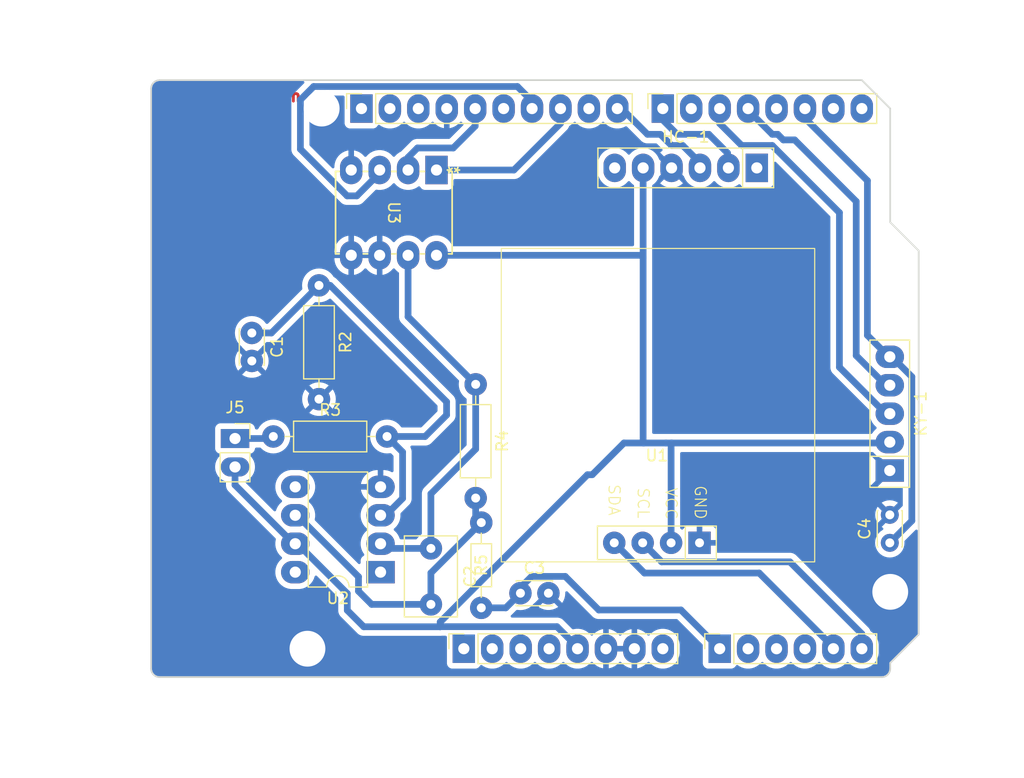
<source format=kicad_pcb>
(kicad_pcb (version 20240108) (generator "pcbnew") (generator_version "8.0")
  (title_block (date "mar. 31 mars 2015"))
  (layers (0 "F.Cu" signal) (31 "B.Cu" signal) (34 "B.Paste" user) (35 "F.Paste" user) (36 "B.SilkS" user "B.Silkscreen") (37 "F.SilkS" user "F.Silkscreen") (38 "B.Mask" user) (39 "F.Mask" user) (44 "Edge.Cuts" user))
  (net 0 "")
  (net 1 "GND")
  (net 3 "+5V")
  (net 4 "/IOREF")
  (net 5 "Net-(U2-+)")
  (net 6 "/A1")
  (net 7 "/A2")
  (net 8 "/A3")
  (net 9 "Potar out")
  (net 10 "Net-(C2-Pad2)")
  (net 11 "MR CLK")
  (net 12 "/12")
  (net 13 "/AREF")
  (net 14 "PD SDI")
  (net 15 "PD SCK")
  (net 16 "PD CS")
  (net 17 "BT TX")
  (net 18 "/*9")
  (net 19 "BT RX")
  (net 20 "MR Data")
  (net 21 "/*6")
  (net 22 "MR SWitch")
  (net 23 "/TX{slash}1")
  (net 24 "/*3")
  (net 25 "/RX{slash}0")
  (net 26 "+3V3")
  (net 27 "VCC")
  (net 28 "/~{RESET}")
  (net 29 "Ampli Out")
  (net 30 "OLED SCL")
  (net 31 "OLED SDA")
  (net 32 "Net-(J5-Pin_1)")
  (footprint "Connector_PinSocket_2.54mm:PinSocket_1x08_P2.54mm_Vertical" (layer "F.Cu") (at 127.94 97.46 90)
    (property "Reference" "J1" (hide yes))
    (property "Value" "Power")
    (fp_line (start 1.33 -1.33) (end 1.33 0) (stroke (width 0.12)) (layer "F.SilkS"))
    (fp_line (start 0 -1.33) (end 1.33 -1.33) (stroke (width 0.12)) (layer "F.SilkS"))
    (fp_line (start 1.33 1.27) (end 1.33 19.11) (stroke (width 0.12)) (layer "F.SilkS"))
    (fp_line (start -1.33 1.27) (end 1.33 1.27) (stroke (width 0.12)) (layer "F.SilkS"))
    (fp_line (start -1.33 1.27) (end -1.33 19.11) (stroke (width 0.12)) (layer "F.SilkS"))
    (fp_line (start -1.33 19.11) (end 1.33 19.11) (stroke (width 0.12)) (layer "F.SilkS"))
    (pad "1" thru_hole rect (at 0 0 90) (size 2.54 2) (drill 1) (layers "*.Cu" "*.Mask"))
    (pad "2" thru_hole oval (at 0 2.54 90) (size 2.54 2) (drill 1) (layers "*.Cu" "*.Mask") (net 4 "/IOREF"))
    (pad "3" thru_hole oval (at 0 5.08 90) (size 2.54 2) (drill 1) (layers "*.Cu" "*.Mask") (net 28 "/~{RESET}"))
    (pad "4" thru_hole oval (at 0 7.62 90) (size 2.54 2) (drill 1) (layers "*.Cu" "*.Mask") (net 26 "+3V3"))
    (pad "5" thru_hole oval (at 0 10.16 90) (size 2.54 2) (drill 1) (layers "*.Cu" "*.Mask") (net 3 "+5V"))
    (pad "6" thru_hole oval (at 0 12.7 90) (size 2.54 2) (drill 1) (layers "*.Cu" "*.Mask") (net 1 "GND"))
    (pad "7" thru_hole oval (at 0 15.24 90) (size 2.54 2) (drill 1) (layers "*.Cu" "*.Mask") (net 1 "GND"))
    (pad "8" thru_hole oval (at 0 17.78 90) (size 2.54 2) (drill 1) (layers "*.Cu" "*.Mask") (net 27 "VCC"))
  )
  (footprint "Connector_PinSocket_2.54mm:PinSocket_1x06_P2.54mm_Vertical" (layer "F.Cu") (at 150.8 97.46 90)
    (property "Reference" "J3" (hide yes))
    (property "Value" "Analog")
    (fp_line (start 1.33 -1.33) (end 1.33 0) (stroke (width 0.12)) (layer "F.SilkS"))
    (fp_line (start 0 -1.33) (end 1.33 -1.33) (stroke (width 0.12)) (layer "F.SilkS"))
    (fp_line (start 1.33 1.27) (end 1.33 14.03) (stroke (width 0.12)) (layer "F.SilkS"))
    (fp_line (start -1.33 1.27) (end 1.33 1.27) (stroke (width 0.12)) (layer "F.SilkS"))
    (fp_line (start -1.33 1.27) (end -1.33 14.03) (stroke (width 0.12)) (layer "F.SilkS"))
    (fp_line (start -1.33 14.03) (end 1.33 14.03) (stroke (width 0.12)) (layer "F.SilkS"))
    (pad "1" thru_hole rect (at 0 0 90) (size 2.54 2) (drill 1) (layers "*.Cu" "*.Mask") (net 29 "Ampli Out"))
    (pad "2" thru_hole oval (at 0 2.54 90) (size 2.54 2) (drill 1) (layers "*.Cu" "*.Mask") (net 6 "/A1"))
    (pad "3" thru_hole oval (at 0 5.08 90) (size 2.54 2) (drill 1) (layers "*.Cu" "*.Mask") (net 7 "/A2"))
    (pad "4" thru_hole oval (at 0 7.62 90) (size 2.54 2) (drill 1) (layers "*.Cu" "*.Mask") (net 8 "/A3"))
    (pad "5" thru_hole oval (at 0 10.16 90) (size 2.54 2) (drill 1) (layers "*.Cu" "*.Mask") (net 31 "OLED SDA"))
    (pad "6" thru_hole oval (at 0 12.7 90) (size 2.54 2) (drill 1) (layers "*.Cu" "*.Mask") (net 30 "OLED SCL"))
  )
  (footprint "Connector_PinSocket_2.54mm:PinSocket_1x10_P2.54mm_Vertical" (layer "F.Cu") (at 118.796 49.2 90)
    (property "Reference" "J2" (hide yes))
    (property "Value" "Digital/PWM")
    (fp_line (start 1.33 -1.33) (end 1.33 0) (stroke (width 0.12)) (layer "F.SilkS"))
    (fp_line (start 0 -1.33) (end 1.33 -1.33) (stroke (width 0.12)) (layer "F.SilkS"))
    (fp_line (start 1.33 1.27) (end 1.33 24.19) (stroke (width 0.12)) (layer "F.SilkS"))
    (fp_line (start -1.33 1.27) (end 1.33 1.27) (stroke (width 0.12)) (layer "F.SilkS"))
    (fp_line (start -1.33 1.27) (end -1.33 24.19) (stroke (width 0.12)) (layer "F.SilkS"))
    (fp_line (start -1.33 24.19) (end 1.33 24.19) (stroke (width 0.12)) (layer "F.SilkS"))
    (pad "1" thru_hole rect (at 0 0 90) (size 2.54 2) (drill 1) (layers "*.Cu" "*.Mask") (net 30 "OLED SCL"))
    (pad "2" thru_hole oval (at 0 2.54 90) (size 2.54 2) (drill 1) (layers "*.Cu" "*.Mask") (net 31 "OLED SDA"))
    (pad "3" thru_hole oval (at 0 5.08 90) (size 2.54 2) (drill 1) (layers "*.Cu" "*.Mask") (net 13 "/AREF"))
    (pad "4" thru_hole oval (at 0 7.62 90) (size 2.54 2) (drill 1) (layers "*.Cu" "*.Mask") (net 1 "GND"))
    (pad "5" thru_hole oval (at 0 10.16 90) (size 2.54 2) (drill 1) (layers "*.Cu" "*.Mask") (net 15 "PD SCK"))
    (pad "6" thru_hole oval (at 0 12.7 90) (size 2.54 2) (drill 1) (layers "*.Cu" "*.Mask") (net 12 "/12"))
    (pad "7" thru_hole oval (at 0 15.24 90) (size 2.54 2) (drill 1) (layers "*.Cu" "*.Mask") (net 14 "PD SDI"))
    (pad "8" thru_hole oval (at 0 17.78 90) (size 2.54 2) (drill 1) (layers "*.Cu" "*.Mask") (net 16 "PD CS"))
    (pad "9" thru_hole oval (at 0 20.32 90) (size 2.54 2) (drill 1) (layers "*.Cu" "*.Mask") (net 18 "/*9"))
    (pad "10" thru_hole oval (at 0 22.86 90) (size 2.54 2) (drill 1) (layers "*.Cu" "*.Mask") (net 17 "BT TX"))
  )
  (footprint "Connector_PinSocket_2.54mm:PinSocket_1x08_P2.54mm_Vertical" (layer "F.Cu") (at 145.72 49.2 90)
    (property "Reference" "J4" (hide yes))
    (property "Value" "Digital/PWM")
    (fp_line (start 1.33 -1.33) (end 1.33 0) (stroke (width 0.12)) (layer "F.SilkS"))
    (fp_line (start 0 -1.33) (end 1.33 -1.33) (stroke (width 0.12)) (layer "F.SilkS"))
    (fp_line (start 1.33 1.27) (end 1.33 19.11) (stroke (width 0.12)) (layer "F.SilkS"))
    (fp_line (start -1.33 1.27) (end 1.33 1.27) (stroke (width 0.12)) (layer "F.SilkS"))
    (fp_line (start -1.33 1.27) (end -1.33 19.11) (stroke (width 0.12)) (layer "F.SilkS"))
    (fp_line (start -1.33 19.11) (end 1.33 19.11) (stroke (width 0.12)) (layer "F.SilkS"))
    (pad "1" thru_hole rect (at 0 0 90) (size 2.54 2) (drill 1) (layers "*.Cu" "*.Mask") (net 19 "BT RX"))
    (pad "2" thru_hole oval (at 0 2.54 90) (size 2.54 2) (drill 1) (layers "*.Cu" "*.Mask") (net 21 "/*6"))
    (pad "3" thru_hole oval (at 0 5.08 90) (size 2.54 2) (drill 1) (layers "*.Cu" "*.Mask") (net 22 "MR SWitch"))
    (pad "4" thru_hole oval (at 0 7.62 90) (size 2.54 2) (drill 1) (layers "*.Cu" "*.Mask") (net 20 "MR Data"))
    (pad "5" thru_hole oval (at 0 10.16 90) (size 2.54 2) (drill 1) (layers "*.Cu" "*.Mask") (net 24 "/*3"))
    (pad "6" thru_hole oval (at 0 12.7 90) (size 2.54 2) (drill 1) (layers "*.Cu" "*.Mask") (net 11 "MR CLK"))
    (pad "7" thru_hole oval (at 0 15.24 90) (size 2.54 2) (drill 1) (layers "*.Cu" "*.Mask") (net 23 "/TX{slash}1"))
    (pad "8" thru_hole oval (at 0 17.78 90) (size 2.54 2) (drill 1) (layers "*.Cu" "*.Mask") (net 25 "/RX{slash}0"))
  )
  (footprint "Resistor_THT:R_Axial_DIN0207_L6.3mm_D2.5mm_P10.16mm_Horizontal" (layer "F.Cu") (at 115 65 -90)
    (property "Reference" "R2" (at 5.08 -2.37 90) (layer "F.SilkS"))
    (property "Value" "100k")
    (fp_line (start 1.81 1.37) (end 8.35 1.37) (stroke (width 0.12)) (layer "F.SilkS"))
    (fp_line (start 8.35 1.37) (end 8.35 -1.37) (stroke (width 0.12)) (layer "F.SilkS"))
    (fp_line (start 1.04 0) (end 1.81 0) (stroke (width 0.12)) (layer "F.SilkS"))
    (fp_line (start 9.12 0) (end 8.35 0) (stroke (width 0.12)) (layer "F.SilkS"))
    (fp_line (start 1.81 -1.37) (end 1.81 1.37) (stroke (width 0.12)) (layer "F.SilkS"))
    (fp_line (start 8.35 -1.37) (end 1.81 -1.37) (stroke (width 0.12)) (layer "F.SilkS"))
    (pad "1" thru_hole circle (at 0 0 270) (size 2 2) (drill 0.8) (layers "*.Cu" "*.Mask") (net 5 "Net-(U2-+)"))
    (pad "2" thru_hole circle (at 10.16 0 270) (size 2 2) (drill 0.8) (layers "*.Cu" "*.Mask") (net 1 "GND"))
  )
  (footprint "ma lib:Module Rotatoire" (layer "F.Cu") (at 166 76.46 90)
    (property "Reference" "KY-1" (at 0 2.77 90) (layer "F.SilkS"))
    (property "Value" "~")
    (fp_line (start 6.58 -1.77) (end 6.58 1.77) (stroke (width 0.12)) (layer "F.SilkS"))
    (fp_line (start -3.81 -1.77) (end -3.81 1.77) (stroke (width 0.12)) (layer "F.SilkS"))
    (fp_line (start -6.58 -1.77) (end 6.58 -1.77) (stroke (width 0.12)) (layer "F.SilkS"))
    (fp_line (start 6.58 1.77) (end -6.58 1.77) (stroke (width 0.12)) (layer "F.SilkS"))
    (fp_line (start -6.58 1.77) (end -6.58 -1.77) (stroke (width 0.12)) (layer "F.SilkS"))
    (pad "1" thru_hole rect (at -5.08 0 90) (size 2 2.54) (drill 1) (layers "*.Cu" "*.Mask") (net 1 "GND"))
    (pad "2" thru_hole oval (at -2.54 0 90) (size 2 2.54) (drill 1) (layers "*.Cu" "*.Mask") (net 3 "+5V"))
    (pad "3" thru_hole oval (at 0 0 90) (size 2 2.54) (drill 1) (layers "*.Cu" "*.Mask") (net 22 "MR SWitch"))
    (pad "4" thru_hole oval (at 2.54 0 90) (size 2 2.54) (drill 1) (layers "*.Cu" "*.Mask") (net 20 "MR Data"))
    (pad "5" thru_hole oval (at 5.08 0 90) (size 2 2.54) (drill 1) (layers "*.Cu" "*.Mask") (net 11 "MR CLK"))
  )
  (footprint "Resistor_THT:R_Axial_DIN0207_L6.3mm_D2.5mm_P10.16mm_Horizontal" (layer "F.Cu") (at 129 73.84 -90)
    (property "Reference" "R4" (at 5.08 -2.37 90) (layer "F.SilkS"))
    (property "Value" "100k")
    (fp_line (start 1.81 1.37) (end 8.35 1.37) (stroke (width 0.12)) (layer "F.SilkS"))
    (fp_line (start 8.35 1.37) (end 8.35 -1.37) (stroke (width 0.12)) (layer "F.SilkS"))
    (fp_line (start 1.04 0) (end 1.81 0) (stroke (width 0.12)) (layer "F.SilkS"))
    (fp_line (start 9.12 0) (end 8.35 0) (stroke (width 0.12)) (layer "F.SilkS"))
    (fp_line (start 1.81 -1.37) (end 1.81 1.37) (stroke (width 0.12)) (layer "F.SilkS"))
    (fp_line (start 8.35 -1.37) (end 1.81 -1.37) (stroke (width 0.12)) (layer "F.SilkS"))
    (pad "1" thru_hole circle (at 0 0 270) (size 2 2) (drill 0.8) (layers "*.Cu" "*.Mask") (net 9 "Potar out"))
    (pad "2" thru_hole circle (at 10.16 0 270) (size 2 2) (drill 0.8) (layers "*.Cu" "*.Mask") (net 10 "Net-(C2-Pad2)"))
  )
  (footprint "Resistor_THT:R_Axial_DIN0207_L6.3mm_D2.5mm_P10.16mm_Horizontal" (layer "F.Cu") (at 110.92 78.5)
    (property "Reference" "R3" (at 5.08 -2.37 0) (layer "F.SilkS"))
    (property "Value" "10k")
    (fp_line (start 1.04 0) (end 1.81 0) (stroke (width 0.12)) (layer "F.SilkS"))
    (fp_line (start 1.81 -1.37) (end 1.81 1.37) (stroke (width 0.12)) (layer "F.SilkS"))
    (fp_line (start 1.81 1.37) (end 8.35 1.37) (stroke (width 0.12)) (layer "F.SilkS"))
    (fp_line (start 8.35 -1.37) (end 1.81 -1.37) (stroke (width 0.12)) (layer "F.SilkS"))
    (fp_line (start 8.35 1.37) (end 8.35 -1.37) (stroke (width 0.12)) (layer "F.SilkS"))
    (fp_line (start 9.12 0) (end 8.35 0) (stroke (width 0.12)) (layer "F.SilkS"))
    (pad "1" thru_hole circle (at 0 0) (size 2 2) (drill 0.8) (layers "*.Cu" "*.Mask") (net 32 "Net-(J5-Pin_1)"))
    (pad "2" thru_hole circle (at 10.16 0) (size 2 2) (drill 0.8) (layers "*.Cu" "*.Mask") (net 5 "Net-(U2-+)"))
  )
  (footprint "ma lib:Module Bluetooth" (layer "F.Cu") (at 147.77 54.5 180)
    (property "Reference" "HC-1" (at 0 2.77 0) (layer "F.SilkS"))
    (property "Value" "~")
    (fp_line (start 7.85 1.77) (end -7.85 1.77) (stroke (width 0.12)) (layer "F.SilkS"))
    (fp_line (start 7.85 -1.77) (end 7.85 1.77) (stroke (width 0.12)) (layer "F.SilkS"))
    (fp_line (start -5.08 -1.77) (end -5.08 1.77) (stroke (width 0.12)) (layer "F.SilkS"))
    (fp_line (start -7.85 1.77) (end -7.85 -1.77) (stroke (width 0.12)) (layer "F.SilkS"))
    (fp_line (start -7.85 -1.77) (end 7.85 -1.77) (stroke (width 0.12)) (layer "F.SilkS"))
    (pad "1" thru_hole rect (at -6.35 0 180) (size 2 2.54) (drill 1) (layers "*.Cu" "*.Mask"))
    (pad "2" thru_hole oval (at -3.81 0 180) (size 2 2.54) (drill 1) (layers "*.Cu" "*.Mask") (net 19 "BT RX"))
    (pad "3" thru_hole oval (at -1.27 0 180) (size 2 2.54) (drill 1) (layers "*.Cu" "*.Mask") (net 17 "BT TX"))
    (pad "4" thru_hole oval (at 1.27 0 180) (size 2 2.54) (drill 1) (layers "*.Cu" "*.Mask") (net 1 "GND"))
    (pad "5" thru_hole oval (at 3.81 0 180) (size 2 2.54) (drill 1) (layers "*.Cu" "*.Mask") (net 3 "+5V"))
    (pad "6" thru_hole oval (at 6.35 0 180) (size 2 2.54) (drill 1) (layers "*.Cu" "*.Mask"))
  )
  (footprint "Arduino_MountingHole:MountingHole_3.2mm" (layer "F.Cu") (at 115.24 49.2)
    (property "Reference" "MH1" (hide yes))
    (property "Value" "MountingHole_3.2mm" (hide yes))
    (pad "" np_thru_hole circle (at 0 0) (size 3.2 3.2) (drill 3.2) (layers "*.Cu" "*.Mask"))
  )
  (footprint "Capacitor_THT:C_Rect_L7.0mm_W4.5mm_P5.00mm" (layer "F.Cu") (at 125 88.5 -90)
    (property "Reference" "C2" (at 2.5 -3.5 90) (layer "F.SilkS"))
    (property "Value" "1u")
    (fp_line (start -1.12 2.37) (end 6.12 2.37) (stroke (width 0.12)) (layer "F.SilkS"))
    (fp_line (start -1.12 -2.37) (end -1.12 2.37) (stroke (width 0.12)) (layer "F.SilkS"))
    (fp_line (start -1.12 -2.37) (end 6.12 -2.37) (stroke (width 0.12)) (layer "F.SilkS"))
    (fp_line (start 6.12 -2.37) (end 6.12 2.37) (stroke (width 0.12)) (layer "F.SilkS"))
    (pad "1" thru_hole circle (at 0 0 270) (size 2 2) (drill 0.8) (layers "*.Cu" "*.Mask") (net 9 "Potar out"))
    (pad "2" thru_hole circle (at 5 0 270) (size 2 2) (drill 0.8) (layers "*.Cu" "*.Mask") (net 10 "Net-(C2-Pad2)"))
  )
  (footprint "ma lib:PDIP8_300MC_MCH" (layer "F.Cu") (at 125.5 54.69 -90)
    (property "Reference" "U3" (at 3.81 3.81 -90) (layer "F.SilkS"))
    (property "Value" "MCP41050")
    (fp_line (start 0.127 9.017) (end 7.493 9.017) (stroke (width 0.1524)) (layer "F.SilkS"))
    (fp_line (start 7.493 9.017) (end 7.493 8.694561) (stroke (width 0.1524)) (layer "F.SilkS"))
    (fp_line (start 0.127 8.694561) (end 0.127 9.017) (stroke (width 0.1524)) (layer "F.SilkS"))
    (fp_line (start 7.493 6.545439) (end 7.493 6.154561) (stroke (width 0.1524)) (layer "F.SilkS"))
    (fp_line (start 0.127 6.154561) (end 0.127 6.545439) (stroke (width 0.1524)) (layer "F.SilkS"))
    (fp_line (start 7.493 4.005439) (end 7.493 3.614561) (stroke (width 0.1524)) (layer "F.SilkS"))
    (fp_line (start 0.127 3.614561) (end 0.127 4.005439) (stroke (width 0.1524)) (layer "F.SilkS"))
    (fp_line (start 7.493 1.465439) (end 7.493 1.074561) (stroke (width 0.1524)) (layer "F.SilkS"))
    (fp_line (start 0.127 1.08204) (end 0.127 1.465439) (stroke (width 0.1524)) (layer "F.SilkS"))
    (fp_line (start 7.493 -1.074561) (end 7.493 -1.397) (stroke (width 0.1524)) (layer "F.SilkS"))
    (fp_line (start 0.127 -1.397) (end 0.127 -1.08204) (stroke (width 0.1524)) (layer "F.SilkS"))
    (fp_line (start 7.493 -1.397) (end 0.127 -1.397) (stroke (width 0.1524)) (layer "F.SilkS"))
    (fp_text user "*" (at 0 -1.5113 90) (layer "F.SilkS"))
    (fp_text user "*" (at 0 -1.5113 -90) (layer "F.SilkS"))
    (pad "1" thru_hole rect (at 0 0 270) (size 2.54 2) (drill 1) (layers "*.Cu" "*.Mask") (net 16 "PD CS"))
    (pad "2" thru_hole oval (at 0 2.54 270) (size 2.54 2) (drill 1) (layers "*.Cu" "*.Mask") (net 15 "PD SCK"))
    (pad "3" thru_hole oval (at 0 5.08 270) (size 2.54 2) (drill 1) (layers "*.Cu" "*.Mask") (net 14 "PD SDI"))
    (pad "4" thru_hole oval (at 0 7.62 270) (size 2.54 2) (drill 1) (layers "*.Cu" "*.Mask") (net 1 "GND"))
    (pad "5" thru_hole oval (at 7.62 7.62 270) (size 2.54 2) (drill 1) (layers "*.Cu" "*.Mask") (net 1 "GND"))
    (pad "6" thru_hole oval (at 7.62 5.08 270) (size 2.54 2) (drill 1) (layers "*.Cu" "*.Mask") (net 1 "GND"))
    (pad "7" thru_hole oval (at 7.62 2.54 270) (size 2.54 2) (drill 1) (layers "*.Cu" "*.Mask") (net 9 "Potar out"))
    (pad "8" thru_hole oval (at 7.62 0 270) (size 2.54 2) (drill 1) (layers "*.Cu" "*.Mask") (net 3 "+5V"))
  )
  (footprint "Capacitor_THT:C_Disc_D3.0mm_W2.0mm_P2.50mm" (layer "F.Cu") (at 166 88 90)
    (property "Reference" "C4" (at 1.25 -2.25 90) (layer "F.SilkS"))
    (property "Value" "C")
    (fp_line (start 2.87 -1.12) (end 2.87 -1.055) (stroke (width 0.12)) (layer "F.SilkS"))
    (fp_line (start -0.37 -1.12) (end 2.87 -1.12) (stroke (width 0.12)) (layer "F.SilkS"))
    (fp_line (start -0.37 -1.12) (end -0.37 -1.055) (stroke (width 0.12)) (layer "F.SilkS"))
    (fp_line (start 2.87 1.055) (end 2.87 1.12) (stroke (width 0.12)) (layer "F.SilkS"))
    (fp_line (start -0.37 1.055) (end -0.37 1.12) (stroke (width 0.12)) (layer "F.SilkS"))
    (fp_line (start -0.37 1.12) (end 2.87 1.12) (stroke (width 0.12)) (layer "F.SilkS"))
    (pad "1" thru_hole circle (at 0 0 90) (size 1.6 1.6) (drill 0.8) (layers "*.Cu" "*.Mask") (net 11 "MR CLK"))
    (pad "2" thru_hole circle (at 2.5 0 90) (size 1.6 1.6) (drill 0.8) (layers "*.Cu" "*.Mask") (net 1 "GND"))
  )
  (footprint "Connector_PinSocket_2.54mm:PinSocket_1x02_P2.54mm_Vertical" (layer "F.Cu") (at 107.5 78.68)
    (property "Reference" "J5" (at 0 -2.77 0) (layer "F.SilkS"))
    (property "Value" "Conn_01x02")
    (fp_line (start -1.33 1.27) (end -1.33 3.87) (stroke (width 0.12)) (layer "F.SilkS"))
    (fp_line (start -1.33 1.27) (end 1.33 1.27) (stroke (width 0.12)) (layer "F.SilkS"))
    (fp_line (start -1.33 3.87) (end 1.33 3.87) (stroke (width 0.12)) (layer "F.SilkS"))
    (fp_line (start 0 -1.33) (end 1.33 -1.33) (stroke (width 0.12)) (layer "F.SilkS"))
    (fp_line (start 1.33 -1.33) (end 1.33 0) (stroke (width 0.12)) (layer "F.SilkS"))
    (fp_line (start 1.33 1.27) (end 1.33 3.87) (stroke (width 0.12)) (layer "F.SilkS"))
    (pad "1" thru_hole rect (at 0 0) (size 2.54 1.7) (drill 1) (layers "*.Cu" "*.Mask") (net 32 "Net-(J5-Pin_1)"))
    (pad "2" thru_hole oval (at 0 2.54) (size 2.54 1.7) (drill 1) (layers "*.Cu" "*.Mask") (net 3 "+5V"))
  )
  (footprint "Capacitor_THT:C_Disc_D3.0mm_W2.0mm_P2.50mm" (layer "F.Cu") (at 109 69.25 -90)
    (property "Reference" "C1" (at 1.25 -2.25 90) (layer "F.SilkS"))
    (property "Value" "100n")
    (fp_line (start -0.37 1.12) (end 2.87 1.12) (stroke (width 0.12)) (layer "F.SilkS"))
    (fp_line (start -0.37 1.055) (end -0.37 1.12) (stroke (width 0.12)) (layer "F.SilkS"))
    (fp_line (start 2.87 1.055) (end 2.87 1.12) (stroke (width 0.12)) (layer "F.SilkS"))
    (fp_line (start -0.37 -1.12) (end -0.37 -1.055) (stroke (width 0.12)) (layer "F.SilkS"))
    (fp_line (start -0.37 -1.12) (end 2.87 -1.12) (stroke (width 0.12)) (layer "F.SilkS"))
    (fp_line (start 2.87 -1.12) (end 2.87 -1.055) (stroke (width 0.12)) (layer "F.SilkS"))
    (pad "1" thru_hole circle (at 0 0 270) (size 2 2) (drill 0.8) (layers "*.Cu" "*.Mask") (net 5 "Net-(U2-+)"))
    (pad "2" thru_hole circle (at 2.5 0 270) (size 2 2) (drill 0.8) (layers "*.Cu" "*.Mask") (net 1 "GND"))
  )
  (footprint "Package_DIP:DIP-8_W7.62mm" (layer "F.Cu") (at 120.5 90.62 180)
    (property "Reference" "U2" (at 3.81 -2.33 0) (layer "F.SilkS"))
    (property "Value" "LTC1050")
    (fp_line (start 6.46 8.95) (end 6.46 -1.33) (stroke (width 0.12)) (layer "F.SilkS"))
    (fp_line (start 6.46 -1.33) (end 4.81 -1.33) (stroke (width 0.12)) (layer "F.SilkS"))
    (fp_line (start 2.81 -1.33) (end 1.16 -1.33) (stroke (width 0.12)) (layer "F.SilkS"))
    (fp_line (start 1.16 8.95) (end 6.46 8.95) (stroke (width 0.12)) (layer "F.SilkS"))
    (fp_line (start 1.16 -1.33) (end 1.16 8.95) (stroke (width 0.12)) (layer "F.SilkS"))
    (fp_arc (start 4.81 -1.33) (mid 3.81 -0.33) (end 2.81 -1.33) (stroke (width 0.12)) (layer "F.SilkS"))
    (pad "1" thru_hole rect (at 0 0 180) (size 2.54 2) (drill 1) (layers "*.Cu" "*.Mask"))
    (pad "2" thru_hole oval (at 0 2.54 180) (size 2.54 2) (drill 1) (layers "*.Cu" "*.Mask") (net 9 "Potar out"))
    (pad "3" thru_hole oval (at 0 5.08 180) (size 2.54 2) (drill 1) (layers "*.Cu" "*.Mask") (net 5 "Net-(U2-+)"))
    (pad "4" thru_hole oval (at 0 7.62 180) (size 2.54 2) (drill 1) (layers "*.Cu" "*.Mask") (net 1 "GND"))
    (pad "5" thru_hole oval (at 7.62 7.62 180) (size 2.54 2) (drill 1) (layers "*.Cu" "*.Mask"))
    (pad "6" thru_hole oval (at 7.62 5.08 180) (size 2.54 2) (drill 1) (layers "*.Cu" "*.Mask") (net 10 "Net-(C2-Pad2)"))
    (pad "7" thru_hole oval (at 7.62 2.54 180) (size 2.54 2) (drill 1) (layers "*.Cu" "*.Mask") (net 3 "+5V"))
    (pad "8" thru_hole oval (at 7.62 0 180) (size 2.54 2) (drill 1) (layers "*.Cu" "*.Mask"))
  )
  (footprint "Capacitor_THT:C_Disc_D3.0mm_W2.0mm_P2.50mm" (layer "F.Cu") (at 133 92.5)
    (property "Reference" "C3" (at 1.25 -2.25 0) (layer "F.SilkS"))
    (property "Value" "100n")
    (fp_line (start -0.37 -1.12) (end -0.37 -1.055) (stroke (width 0.12)) (layer "F.SilkS"))
    (fp_line (start -0.37 -1.12) (end 2.87 -1.12) (stroke (width 0.12)) (layer "F.SilkS"))
    (fp_line (start -0.37 1.055) (end -0.37 1.12) (stroke (width 0.12)) (layer "F.SilkS"))
    (fp_line (start -0.37 1.12) (end 2.87 1.12) (stroke (width 0.12)) (layer "F.SilkS"))
    (fp_line (start 2.87 -1.12) (end 2.87 -1.055) (stroke (width 0.12)) (layer "F.SilkS"))
    (fp_line (start 2.87 1.055) (end 2.87 1.12) (stroke (width 0.12)) (layer "F.SilkS"))
    (pad "1" thru_hole circle (at 0 0) (size 2 2) (drill 0.8) (layers "*.Cu" "*.Mask") (net 29 "Ampli Out"))
    (pad "2" thru_hole circle (at 2.5 0) (size 2 2) (drill 0.8) (layers "*.Cu" "*.Mask") (net 1 "GND"))
  )
  (footprint "Resistor_THT:R_Axial_DIN0204_L3.6mm_D1.6mm_P7.62mm_Horizontal" (layer "F.Cu") (at 129.5 86.19 -90)
    (property "Reference" "R5" (at 3.81 0 90) (layer "F.SilkS"))
    (property "Value" "1k")
    (fp_line (start 1.89 0.92) (end 5.73 0.92) (stroke (width 0.12)) (layer "F.SilkS"))
    (fp_line (start 5.73 0.92) (end 5.73 -0.92) (stroke (width 0.12)) (layer "F.SilkS"))
    (fp_line (start 0.94 0) (end 1.89 0) (stroke (width 0.12)) (layer "F.SilkS"))
    (fp_line (start 6.68 0) (end 5.73 0) (stroke (width 0.12)) (layer "F.SilkS"))
    (fp_line (start 1.89 -0.92) (end 1.89 0.92) (stroke (width 0.12)) (layer "F.SilkS"))
    (fp_line (start 5.73 -0.92) (end 1.89 -0.92) (stroke (width 0.12)) (layer "F.SilkS"))
    (pad "1" thru_hole circle (at 0 0 270) (size 2 2) (drill 0.8) (layers "*.Cu" "*.Mask") (net 10 "Net-(C2-Pad2)"))
    (pad "2" thru_hole circle (at 7.62 0 270) (size 2 2) (drill 0.8) (layers "*.Cu" "*.Mask") (net 29 "Ampli Out"))
  )
  (footprint "Arduino_MountingHole:MountingHole_3.2mm" (layer "F.Cu") (at 113.97 97.46)
    (property "Reference" "MH2" (hide yes))
    (property "Value" "MountingHole_3.2mm" (hide yes))
    (pad "" np_thru_hole circle (at 0 0) (size 3.2 3.2) (drill 3.2) (layers "*.Cu" "*.Mask"))
  )
  (footprint "Arduino_MountingHole:MountingHole_3.2mm" (layer "F.Cu") (at 166.04 64.44)
    (property "Reference" "MH3" (hide yes))
    (property "Value" "MountingHole_3.2mm" (hide yes))
    (pad "" np_thru_hole circle (at 0 0) (size 3.2 3.2) (drill 3.2) (layers "*.Cu" "*.Mask"))
  )
  (footprint "ma lib:OLED" (layer "F.Cu") (at 145.19 88 180)
    (property "Reference" "U1" (at 0 7.8 360) (layer "F.SilkS"))
    (property "Value" "~")
    (fp_line (start 5.31 1.5) (end -5.31 1.5) (stroke (width 0.12)) (layer "F.SilkS"))
    (fp_line (start 5.31 -1.5) (end 5.31 1.5) (stroke (width 0.12)) (layer "F.SilkS"))
    (fp_line (start -2.54 -1.5) (end -2.54 1.5) (stroke (width 0.12)) (layer "F.SilkS"))
    (fp_line (start -5.31 1.5) (end -5.31 -1.5) (stroke (width 0.12)) (layer "F.SilkS"))
    (fp_line (start -5.31 -1.5) (end 5.31 -1.5) (stroke (width 0.12)) (layer "F.SilkS"))
    (fp_rect (start -14.1 -1.7) (end 13.9 26.3) (stroke (width 0.1)) (fill none) (layer "F.SilkS"))
    (fp_text user "GND" (at -3.3 5.2 -90) (layer "F.SilkS") (effects (font (thickness 0.1)) (justify left bottom)))
    (fp_text user "SDA" (at 4.4 5.3 -90) (layer "F.SilkS") (effects (font (thickness 0.1)) (justify left bottom)))
    (fp_text user "VCC" (at -0.7 5 -90) (layer "F.SilkS") (effects (font (thickness 0.1)) (justify left bottom)))
    (fp_text user "SCL" (at 1.8 5 -90) (layer "F.SilkS") (effects (font (thickness 0.1)) (justify left bottom)))
    (pad "1" thru_hole rect (at -3.81 0 180) (size 2 2) (drill 0.8) (layers "*.Cu" "*.Mask") (net 1 "GND"))
    (pad "2" thru_hole circle (at -1.27 0 180) (size 2 2) (drill 0.8) (layers "*.Cu" "*.Mask") (net 3 "+5V"))
    (pad "3" thru_hole circle (at 1.27 0 180) (size 2 2) (drill 0.8) (layers "*.Cu" "*.Mask") (net 30 "OLED SCL"))
    (pad "4" thru_hole circle (at 3.81 0 180) (size 2 2) (drill 0.8) (layers "*.Cu" "*.Mask") (net 31 "OLED SDA"))
  )
  (footprint "Arduino_MountingHole:MountingHole_3.2mm" (layer "F.Cu") (at 166.04 92.38)
    (property "Reference" "MH4" (hide yes))
    (property "Value" "MountingHole_3.2mm" (hide yes))
    (pad "" np_thru_hole circle (at 0 0) (size 3.2 3.2) (drill 3.2) (layers "*.Cu" "*.Mask"))
  )
  (gr_line (start 166.04 59.36) (end 168.58 61.9) (stroke (width 0.15)) (layer "Edge.Cuts"))
  (gr_line (start 100 99.238) (end 100 47.422) (stroke (width 0.15)) (layer "Edge.Cuts"))
  (gr_line (start 168.58 61.9) (end 168.58 96.19) (stroke (width 0.15)) (layer "Edge.Cuts"))
  (gr_line (start 165.278 100) (end 100.762 100) (stroke (width 0.15)) (layer "Edge.Cuts"))
  (gr_line (start 100.762 46.66) (end 163.5 46.66) (stroke (width 0.15)) (layer "Edge.Cuts"))
  (gr_arc (start 100.762 100) (mid 100.223185 99.776815) (end 100 99.238) (stroke (width 0.15)) (layer "Edge.Cuts"))
  (gr_line (start 168.58 96.19) (end 166.04 98.73) (stroke (width 0.15)) (layer "Edge.Cuts"))
  (gr_line (start 163.5 46.66) (end 166.04 49.2) (stroke (width 0.15)) (layer "Edge.Cuts"))
  (gr_arc (start 166.04 99.238) (mid 165.816815 99.776815) (end 165.278 100) (stroke (width 0.15)) (layer "Edge.Cuts"))
  (gr_line (start 166.04 49.2) (end 166.04 59.36) (stroke (width 0.15)) (layer "Edge.Cuts"))
  (gr_line (start 166.04 98.73) (end 166.04 99.238) (stroke (width 0.15)) (layer "Edge.Cuts"))
  (gr_arc (start 100 47.422) (mid 100.223185 46.883185) (end 100.762 46.66) (stroke (width 0.15)) (layer "Edge.Cuts"))
  (gr_text "Rafaelo Gerardin\nElio Galin\n4GP\n2025" (at 100.5 53.5 0) (layer "F.Cu") (effects (font (size 1 1) (thickness 0.25) (bold yes)) (justify left bottom)))
  (segment (start 117.88 62.31) (end 117.88 62.58) (width 0.6) (layer "B.Cu") (net 1))
  (segment (start 117.88 54.69) (end 117.88 54.555837) (width 0.6) (layer "B.Cu") (net 1))
  (segment (start 140.46 97.46) (end 140.64 97.46) (width 0.6) (layer "B.Cu") (net 1))
  (segment (start 119 95.5) (end 125.830101 95.5) (width 0.6) (layer "B.Cu") (net 3))
  (segment (start 107.5 82.834163) (end 112.745837 88.08) (width 0.6) (layer "B.Cu") (net 3))
  (segment (start 125.830101 95.5) (end 125.830101 95.075735) (width 0.6) (layer "B.Cu") (net 3))
  (segment (start 146.46 79.12) (end 146.5 79.08) (width 0.6) (layer "B.Cu") (net 3))
  (segment (start 143.96 79.04) (end 144 79.08) (width 0.6) (layer "B.Cu") (net 3))
  (segment (start 166 79.08) (end 146.5 79.08) (width 0.6) (layer "B.Cu") (net 3))
  (segment (start 138.1 97.325837) (end 136.264163 95.49) (width 0.6) (layer "B.Cu") (net 3))
  (segment (start 112.745837 88.08) (end 112.88 88.08) (width 0.6) (layer "B.Cu") (net 3))
  (segment (start 138.1 97.46) (end 138.1 97.325837) (width 0.6) (layer "B.Cu") (net 3))
  (segment (start 146 79.08) (end 144 79.08) (width 0.6) (layer "B.Cu") (net 3))
  (segment (start 136.264163 95.49) (end 125.840101 95.49) (width 0.6) (layer "B.Cu") (net 3))
  (segment (start 146.46 88) (end 146.46 79.12) (width 0.6) (layer "B.Cu") (net 3))
  (segment (start 107.5 81.22) (end 107.5 82.834163) (width 0.6) (layer "B.Cu") (net 3))
  (segment (start 142.250101 79.08) (end 139.41505 81.91505) (width 0.6) (layer "B.Cu") (net 3))
  (segment (start 146.5 79.08) (end 146 79.08) (width 0.6) (layer "B.Cu") (net 3))
  (segment (start 113.08 88.08) (end 117.529999 92.529999) (width 0.6) (layer "B.Cu") (net 3))
  (segment (start 117.529999 92.529999) (end 117.529999 94.029999) (width 0.6) (layer "B.Cu") (net 3))
  (segment (start 138.990786 81.91505) (end 139.41505 81.91505) (width 0.6) (layer "B.Cu") (net 3))
  (segment (start 125.840101 95.49) (end 125.830101 95.5) (width 0.6) (layer "B.Cu") (net 3))
  (segment (start 143.77 62.31) (end 143.96 62.5) (width 0.6) (layer "B.Cu") (net 3))
  (segment (start 143.88 54.5) (end 143.88 54.917006) (width 1) (layer "B.Cu") (net 3))
  (segment (start 144 79.08) (end 142.250101 79.08) (width 0.6) (layer "B.Cu") (net 3))
  (segment (start 117.529999 94.029999) (end 119 95.5) (width 0.6) (layer "B.Cu") (net 3))
  (segment (start 143.96 54.5) (end 143.96 62.5) (width 0.6) (layer "B.Cu") (net 3))
  (segment (start 143.96 62.5) (end 143.96 79.04) (width 0.6) (layer "B.Cu") (net 3))
  (segment (start 112.88 88.08) (end 113.08 88.08) (width 0.6) (layer "B.Cu") (net 3))
  (segment (start 125.830101 95.075735) (end 138.990786 81.91505) (width 0.6) (layer "B.Cu") (net 3))
  (segment (start 125.5 62.31) (end 143.77 62.31) (width 0.6) (layer "B.Cu") (net 3))
  (segment (start 121.08 78.5) (end 122.47 79.89) (width 0.6) (layer "B.Cu") (net 5))
  (segment (start 122.47 79.89) (end 122.47 84.03) (width 0.6) (layer "B.Cu") (net 5))
  (segment (start 121.08 78.5) (end 124.479899 78.5) (width 0.6) (layer "B.Cu") (net 5))
  (segment (start 109 69.25) (end 110.75 69.25) (width 0.6) (layer "B.Cu") (net 5))
  (segment (start 120.96 85.54) (end 120.5 85.54) (width 0.6) (layer "B.Cu") (net 5))
  (segment (start 122.47 84.03) (end 120.96 85.54) (width 0.6) (layer "B.Cu") (net 5))
  (segment (start 126.4 76.579899) (end 126.4 75.4) (width 0.6) (layer "B.Cu") (net 5))
  (segment (start 110.75 69.25) (end 115 65) (width 0.6) (layer "B.Cu") (net 5))
  (segment (start 116 65) (end 115 65) (width 0.6) (layer "B.Cu") (net 5))
  (segment (start 126.4 75.4) (end 116 65) (width 0.6) (layer "B.Cu") (net 5))
  (segment (start 124.479899 78.5) (end 126.4 76.579899) (width 0.6) (layer "B.Cu") (net 5))
  (segment (start 125 88.5) (end 125 83.62) (width 0.6) (layer "B.Cu") (net 9))
  (segment (start 129 79.62) (end 125 83.62) (width 0.6) (layer "B.Cu") (net 9))
  (segment (start 122.96 67.8) (end 129 73.84) (width 0.6) (layer "B.Cu") (net 9))
  (segment (start 122.96 62.31) (end 122.96 67.8) (width 0.6) (layer "B.Cu") (net 9))
  (segment (start 122.96 62.31) (end 122.96 62.04) (width 0.6) (layer "B.Cu") (net 9))
  (segment (start 129 73.84) (end 129 79.62) (width 0.6) (layer "B.Cu") (net 9))
  (segment (start 125 88.5) (end 120.92 88.5) (width 0.6) (layer "B.Cu") (net 9))
  (segment (start 120.92 88.5) (end 120.5 88.08) (width 0.6) (layer "B.Cu") (net 9))
  (segment (start 112.88 85.54) (end 113.04 85.54) (width 1) (layer "F.Cu") (net 10))
  (segment (start 129 84) (end 129 85.69) (width 0.6) (layer "B.Cu") (net 10))
  (segment (start 112.88 85.54) (end 113.04 85.54) (width 0.6) (layer "B.Cu") (net 10))
  (segment (start 119.71 93.5) (end 125 93.5) (width 0.6) (layer "B.Cu") (net 10))
  (segment (start 113.04 85.54) (end 118.53 91.03) (width 0.6) (layer "B.Cu") (net 10))
  (segment (start 125 90.69) (end 129.5 86.19) (width 0.6) (layer "B.Cu") (net 10))
  (segment (start 125 93.5) (end 125 90.69) (width 0.6) (layer "B.Cu") (net 10))
  (segment (start 118.53 92.32) (end 119.71 93.5) (width 0.6) (layer "B.Cu") (net 10))
  (segment (start 118.53 91.03) (end 118.53 92.32) (width 0.6) (layer "B.Cu") (net 10))
  (segment (start 129 85.69) (end 129.5 86.19) (width 0.6) (layer "B.Cu") (net 10))
  (segment (start 112.88 85.88) (end 112.88 85.54) (width 0.6) (layer "B.Cu") (net 10))
  (segment (start 166.27 71.46) (end 166 71.46) (width 0.6) (layer "B.Cu") (net 11))
  (segment (start 164 69.46) (end 164 55.64) (width 0.6) (layer "B.Cu") (net 11))
  (segment (start 164 55.64) (end 158.42 50.06) (width 0.6) (layer "B.Cu") (net 11))
  (segment (start 158.42 50.06) (end 158.42 49.2) (width 0.6) (layer "B.Cu") (net 11))
  (segment (start 166 88) (end 167.97 86.03) (width 0.6) (layer "B.Cu") (net 11))
  (segment (start 166 71.46) (end 164 69.46) (width 0.6) (layer "B.Cu") (net 11))
  (segment (start 167.97 73.16) (end 166.27 71.46) (width 0.6) (layer "B.Cu") (net 11))
  (segment (start 167.97 86.03) (end 167.97 73.16) (width 0.6) (layer "B.Cu") (net 11))
  (segment (start 120.42 54.69) (end 120.42 54.96) (width 0.6) (layer "B.Cu") (net 14))
  (segment (start 113.34 52.824163) (end 113.34 48.412994) (width 0.6) (layer "B.Cu") (net 14))
  (segment (start 120.42 54.96) (end 118.38 57) (width 0.6) (layer "B.Cu") (net 14))
  (segment (start 117.515837 57) (end 113.34 52.824163) (width 0.6) (layer "B.Cu") (net 14))
  (segment (start 114.522994 47.23) (end 132.73 47.23) (width 0.6) (layer "B.Cu") (net 14))
  (segment (start 118.38 57) (end 117.515837 57) (width 0.6) (layer "B.Cu") (net 14))
  (segment (start 134.036 48.536) (end 134.036 49.2) (width 0.6) (layer "B.Cu") (net 14))
  (segment (start 132.73 47.23) (end 134.036 48.536) (width 0.6) (layer "B.Cu") (net 14))
  (segment (start 113.34 48.412994) (end 114.522994 47.23) (width 0.6) (layer "B.Cu") (net 14))
  (segment (start 122.96 53.56) (end 123.8 52.72) (width 0.6) (layer "B.Cu") (net 15))
  (segment (start 128.956 50.764) (end 128.956 49.2) (width 0.6) (layer "B.Cu") (net 15))
  (segment (start 122.96 54.69) (end 122.96 53.56) (width 0.6) (layer "B.Cu") (net 15))
  (segment (start 123.8 52.72) (end 127 52.72) (width 0.6) (layer "B.Cu") (net 15))
  (segment (start 127 52.72) (end 128.956 50.764) (width 0.6) (layer "B.Cu") (net 15))
  (segment (start 125.5 54.69) (end 132.416 54.69) (width 0.6) (layer "B.Cu") (net 16))
  (segment (start 136.576 50.53) (end 136.576 49.2) (width 0.6) (layer "B.Cu") (net 16))
  (segment (start 132.416 54.69) (end 136.576 50.53) (width 0.6) (layer "B.Cu") (net 16))
  (segment (start 147.5 52.5) (end 149.04 54.04) (width 0.6) (layer "B.Cu") (net 17))
  (segment (start 145.5 51.5) (end 146.5 52.5) (width 0.6) (layer "B.Cu") (net 17))
  (segment (start 144.35 51.5) (end 142.05 49.2) (width 0.6) (layer "B.Cu") (net 17))
  (segment (start 146.5 52.5) (end 147.5 52.5) (width 0.6) (layer "B.Cu") (net 17))
  (segment (start 145.5 51.5) (end 144.35 51.5) (width 0.6) (layer "B.Cu") (net 17))
  (segment (start 142.05 49.2) (end 141.656 49.2) (width 0.6) (layer "B.Cu") (net 17))
  (segment (start 148.96 54.5) (end 148.96 54.365837) (width 0.6) (layer "B.Cu") (net 17))
  (segment (start 149.04 54.04) (end 149.04 54.5) (width 0.6) (layer "B.Cu") (net 17))
  (segment (start 151.5 54.5) (end 151.5 53.17) (width 0.6) (layer "B.Cu") (net 19))
  (segment (start 149.83 51.5) (end 147 51.5) (width 0.6) (layer "B.Cu") (net 19))
  (segment (start 145.72 50.22) (end 145.72 49.2) (width 0.6) (layer "B.Cu") (net 19))
  (segment (start 147 51.5) (end 145.72 50.22) (width 0.6) (layer "B.Cu") (net 19))
  (segment (start 151.5 53.17) (end 149.83 51.5) (width 0.6) (layer "B.Cu") (net 19))
  (segment (start 155.987967 51.499999) (end 156.487968 52) (width 0.6) (layer "B.Cu") (net 20))
  (segment (start 153.687968 49.2) (end 153.34 49.2) (width 0.6) (layer "B.Cu") (net 20))
  (segment (start 153.34 49.34) (end 155.499999 51.499999) (width 0.6) (layer "B.Cu") (net 20))
  (segment (start 165.73 74) (end 163 71.27) (width 0.6) (layer "B.Cu") (net 20))
  (segment (start 163 57.5) (end 157.5 52) (width 0.6) (layer "B.Cu") (net 20))
  (segment (start 166 74) (end 165.73 74) (width 0.6) (layer "B.Cu") (net 20))
  (segment (start 157.5 52) (end 156.487968 52) (width 0.6) (layer "B.Cu") (net 20))
  (segment (start 153.34 49.2) (end 153.34 49.34) (width 0.6) (layer "B.Cu") (net 20))
  (segment (start 155.499999 51.499999) (end 155.987967 51.499999) (width 0.6) (layer "B.Cu") (net 20))
  (segment (start 163 71.27) (end 163 57.5) (width 0.6) (layer "B.Cu") (net 20))
  (segment (start 152.77 52.5) (end 150.8 50.53) (width 0.6) (layer "B.Cu") (net 22))
  (segment (start 161.5 58.5) (end 155.5 52.5) (width 0.6) (layer "B.Cu") (net 22))
  (segment (start 165.73 76.54) (end 161.5 72.31) (width 0.6) (layer "B.Cu") (net 22))
  (segment (start 161.5 72.31) (end 161.5 58.5) (width 0.6) (layer "B.Cu") (net 22))
  (segment (start 150.8 50.53) (end 150.8 49.2) (width 0.6) (layer "B.Cu") (net 22))
  (segment (start 166 76.54) (end 165.73 76.54) (width 0.6) (layer "B.Cu") (net 22))
  (segment (start 155.5 52.5) (end 152.77 52.5) (width 0.6) (layer "B.Cu") (net 22))
  (segment (start 137 91) (end 140 94) (width 0.6) (layer "B.Cu") (net 29))
  (segment (start 129.5 93.81) (end 131.69 93.81) (width 0.6) (layer "B.Cu") (net 29))
  (segment (start 133 92) (end 134 91) (width 0.6) (layer "B.Cu") (net 29))
  (segment (start 147.34 94) (end 150.8 97.46) (width 0.6) (layer "B.Cu") (net 29))
  (segment (start 134 91) (end 137 91) (width 0.6) (layer "B.Cu") (net 29))
  (segment (start 140 94) (end 147.34 94) (width 0.6) (layer "B.Cu") (net 29))
  (segment (start 133 92.5) (end 133 92) (width 0.6) (layer "B.Cu") (net 29))
  (segment (start 131.69 93.81) (end 133 92.5) (width 0.6) (layer "B.Cu") (net 29))
  (segment (start 157.07 89.7) (end 163.5 96.13) (width 0.6) (layer "B.Cu") (net 30))
  (segment (start 145.62 89.7) (end 157.07 89.7) (width 0.6) (layer "B.Cu") (net 30))
  (segment (start 163.5 96.13) (end 163.5 97.46) (width 0.6) (layer "B.Cu") (net 30))
  (segment (start 143.92 88) (end 145.62 89.7) (width 0.6) (layer "B.Cu") (net 30))
  (segment (start 141.38 88) (end 144.08 90.7) (width 0.6) (layer "B.Cu") (net 31))
  (segment (start 144.08 90.7) (end 154.334163 90.7) (width 0.6) (layer "B.Cu") (net 31))
  (segment (start 154.334163 90.7) (end 160.96 97.325837) (width 0.6) (layer "B.Cu") (net 31))
  (segment (start 160.96 97.325837) (end 160.96 97.46) (width 0.6) (layer "B.Cu") (net 31))
  (segment (start 110.74 78.68) (end 110.92 78.5) (width 1) (layer "F.Cu") (net 32))
  (segment (start 110.74 78.68) (end 110.92 78.5) (width 0.6) (layer "B.Cu") (net 32))
  (segment (start 107.5 78.68) (end 110.74 78.68) (width 0.6) (layer "B.Cu") (net 32))
  (zone (net 1) (net_name "GND") (layer "B.Cu") (connect_pads (clearance 0.508)) (min_thickness 0.25) (fill yes (thermal_gap 0.5) (thermal_bridge_width 0.5))
    (polygon (pts (xy 86.5 39.5) (xy 178 41) (xy 176.5 109) (xy 86.5 106)))
  )
)
</source>
